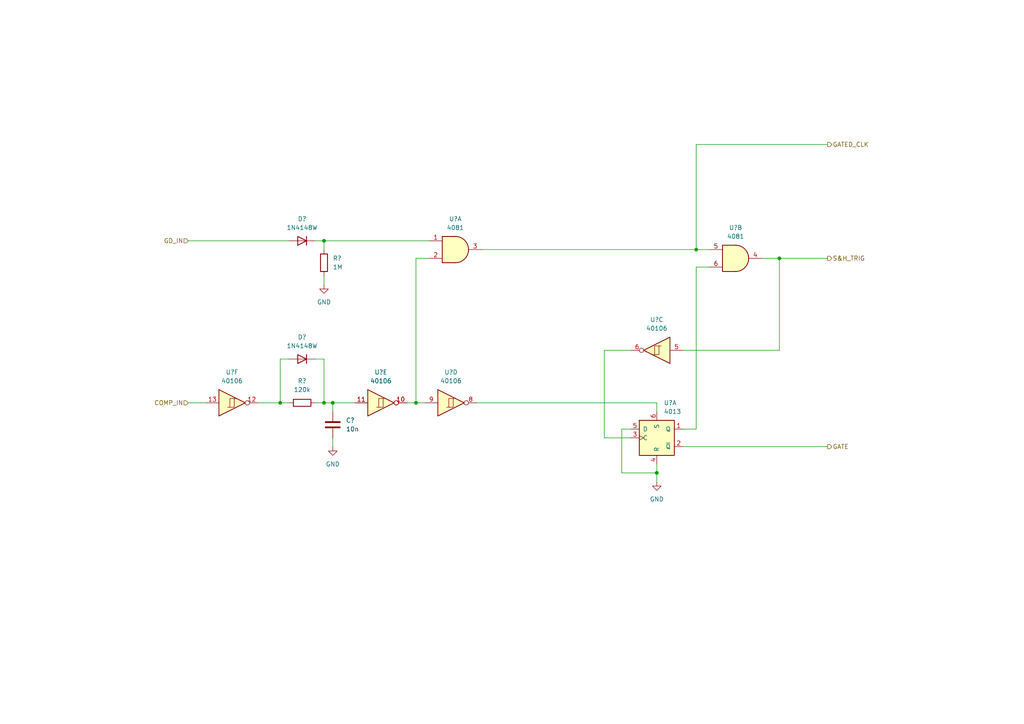
<source format=kicad_sch>
(kicad_sch (version 20211123) (generator eeschema)
  (paper "A4")
  (lib_symbols
    (symbol "4xxx:40106" (pin_names (offset 1.016))
      (property "Reference" "U" (at 0 1.27 0))
      (property "Value" "40106" (at 0 -1.27 0))
      (symbol "40106_1_0"
        (polyline (pts (xy -0.635 -1.27) (xy -0.635 1.27) (xy 0.635 1.27)))
        (polyline (pts (xy -3.81 3.81) (xy -3.81 -3.81) (xy 3.81 0) (xy -3.81 3.81)) (stroke (width 0.254)) (fill (type background)))
        (polyline (pts (xy -1.27 -1.27) (xy 0.635 -1.27) (xy 0.635 1.27) (xy 1.27 1.27)))
        (pin input line (at -7.62 0 0) (length 3.81) (name "~") (number "1"))
        (pin output inverted (at 7.62 0 180) (length 3.81) (name "~") (number "2"))
      )
      (symbol "40106_2_0"
        (polyline (pts (xy -0.635 -1.27) (xy -0.635 1.27) (xy 0.635 1.27)))
        (polyline (pts (xy -3.81 3.81) (xy -3.81 -3.81) (xy 3.81 0) (xy -3.81 3.81)) (stroke (width 0.254)) (fill (type background)))
        (polyline (pts (xy -1.27 -1.27) (xy 0.635 -1.27) (xy 0.635 1.27) (xy 1.27 1.27)))
        (pin input line (at -7.62 0 0) (length 3.81) (name "~") (number "3"))
        (pin output inverted (at 7.62 0 180) (length 3.81) (name "~") (number "4"))
      )
      (symbol "40106_3_0"
        (polyline (pts (xy -0.635 -1.27) (xy -0.635 1.27) (xy 0.635 1.27)))
        (polyline (pts (xy -3.81 3.81) (xy -3.81 -3.81) (xy 3.81 0) (xy -3.81 3.81)) (stroke (width 0.254)) (fill (type background)))
        (polyline (pts (xy -1.27 -1.27) (xy 0.635 -1.27) (xy 0.635 1.27) (xy 1.27 1.27)))
        (pin input line (at -7.62 0 0) (length 3.81) (name "~") (number "5"))
        (pin output inverted (at 7.62 0 180) (length 3.81) (name "~") (number "6"))
      )
      (symbol "40106_4_0"
        (polyline (pts (xy -0.635 -1.27) (xy -0.635 1.27) (xy 0.635 1.27)))
        (polyline (pts (xy -3.81 3.81) (xy -3.81 -3.81) (xy 3.81 0) (xy -3.81 3.81)) (stroke (width 0.254)) (fill (type background)))
        (polyline (pts (xy -1.27 -1.27) (xy 0.635 -1.27) (xy 0.635 1.27) (xy 1.27 1.27)))
        (pin output inverted (at 7.62 0 180) (length 3.81) (name "~") (number "8"))
        (pin input line (at -7.62 0 0) (length 3.81) (name "~") (number "9"))
      )
      (symbol "40106_5_0"
        (polyline (pts (xy -0.635 -1.27) (xy -0.635 1.27) (xy 0.635 1.27)))
        (polyline (pts (xy -3.81 3.81) (xy -3.81 -3.81) (xy 3.81 0) (xy -3.81 3.81)) (stroke (width 0.254)) (fill (type background)))
        (polyline (pts (xy -1.27 -1.27) (xy 0.635 -1.27) (xy 0.635 1.27) (xy 1.27 1.27)))
        (pin output inverted (at 7.62 0 180) (length 3.81) (name "~") (number "10"))
        (pin input line (at -7.62 0 0) (length 3.81) (name "~") (number "11"))
      )
      (symbol "40106_6_0"
        (polyline (pts (xy -0.635 -1.27) (xy -0.635 1.27) (xy 0.635 1.27)))
        (polyline (pts (xy -3.81 3.81) (xy -3.81 -3.81) (xy 3.81 0) (xy -3.81 3.81)) (stroke (width 0.254)) (fill (type background)))
        (polyline (pts (xy -1.27 -1.27) (xy 0.635 -1.27) (xy 0.635 1.27) (xy 1.27 1.27)))
        (pin output inverted (at 7.62 0 180) (length 3.81) (name "~") (number "12"))
        (pin input line (at -7.62 0 0) (length 3.81) (name "~") (number "13"))
      )
      (symbol "40106_7_0"
        (pin power_in line (at 0 12.7 270) (length 5.08) (name "VDD") (number "14"))
        (pin power_in line (at 0 -12.7 90) (length 5.08) (name "VSS") (number "7"))
      )
      (symbol "40106_7_1"
        (rectangle (start -5.08 7.62) (end 5.08 -7.62) (stroke (width 0.254)) (fill (type background)))
      )
    )
    (symbol "4xxx:4013" (pin_names (offset 1.016))
      (property "Reference" "U" (at -7.62 8.89 0))
      (property "Value" "4013" (at -7.62 -8.89 0))
      (symbol "4013_1_1"
        (rectangle (start -5.08 5.08) (end 5.08 -5.08) (stroke (width 0.254)) (fill (type background)))
        (pin output line (at 7.62 2.54 180) (length 2.54) (name "Q") (number "1"))
        (pin output line (at 7.62 -2.54 180) (length 2.54) (name "~{Q}") (number "2"))
        (pin input clock (at -7.62 0 0) (length 2.54) (name "C") (number "3"))
        (pin input line (at 0 -7.62 90) (length 2.54) (name "R") (number "4"))
        (pin input line (at -7.62 2.54 0) (length 2.54) (name "D") (number "5"))
        (pin input line (at 0 7.62 270) (length 2.54) (name "S") (number "6"))
      )
      (symbol "4013_2_1"
        (rectangle (start -5.08 5.08) (end 5.08 -5.08) (stroke (width 0.254)) (fill (type background)))
        (pin input line (at 0 -7.62 90) (length 2.54) (name "R") (number "10"))
        (pin input clock (at -7.62 0 0) (length 2.54) (name "C") (number "11"))
        (pin output line (at 7.62 -2.54 180) (length 2.54) (name "~{Q}") (number "12"))
        (pin output line (at 7.62 2.54 180) (length 2.54) (name "Q") (number "13"))
        (pin input line (at 0 7.62 270) (length 2.54) (name "S") (number "8"))
        (pin input line (at -7.62 2.54 0) (length 2.54) (name "D") (number "9"))
      )
      (symbol "4013_3_0"
        (pin power_in line (at 0 10.16 270) (length 2.54) (name "VDD") (number "14"))
        (pin power_in line (at 0 -10.16 90) (length 2.54) (name "VSS") (number "7"))
      )
      (symbol "4013_3_1"
        (rectangle (start -5.08 7.62) (end 5.08 -7.62) (stroke (width 0.254)) (fill (type background)))
      )
    )
    (symbol "4xxx:4081" (pin_names (offset 1.016))
      (property "Reference" "U" (at 0 1.27 0))
      (property "Value" "4081" (at 0 -1.27 0))
      (symbol "4081_1_1"
        (arc (start 0 -3.81) (mid 3.81 0) (end 0 3.81) (stroke (width 0.254)) (fill (type background)))
        (polyline (pts (xy 0 3.81) (xy -3.81 3.81) (xy -3.81 -3.81) (xy 0 -3.81)) (stroke (width 0.254)) (fill (type background)))
        (pin input line (at -7.62 2.54 0) (length 3.81) (name "~") (number "1"))
        (pin input line (at -7.62 -2.54 0) (length 3.81) (name "~") (number "2"))
        (pin output line (at 7.62 0 180) (length 3.81) (name "~") (number "3"))
      )
      (symbol "4081_1_2"
        (arc (start -3.81 -3.81) (mid -2.589 0) (end -3.81 3.81) (stroke (width 0.254)))
        (arc (start -0.6096 -3.81) (mid 2.1842 -2.5851) (end 3.81 0) (stroke (width 0.254)) (fill (type background)))
        (polyline (pts (xy -3.81 -3.81) (xy -0.635 -3.81)) (stroke (width 0.254)) (fill (type background)))
        (polyline (pts (xy -3.81 3.81) (xy -0.635 3.81)) (stroke (width 0.254)) (fill (type background)))
        (polyline (pts (xy -0.635 3.81) (xy -3.81 3.81) (xy -3.81 3.81) (xy -3.556 3.4036) (xy -3.0226 2.2606) (xy -2.6924 1.0414) (xy -2.6162 -0.254) (xy -2.7686 -1.4986) (xy -3.175 -2.7178) (xy -3.81 -3.81) (xy -3.81 -3.81) (xy -0.635 -3.81)) (stroke (width -25.4)) (fill (type background)))
        (arc (start 3.81 0) (mid 2.1915 2.5936) (end -0.6096 3.81) (stroke (width 0.254)) (fill (type background)))
        (pin input inverted (at -7.62 2.54 0) (length 4.318) (name "~") (number "1"))
        (pin input inverted (at -7.62 -2.54 0) (length 4.318) (name "~") (number "2"))
        (pin output inverted (at 7.62 0 180) (length 3.81) (name "~") (number "3"))
      )
      (symbol "4081_2_1"
        (arc (start 0 -3.81) (mid 3.81 0) (end 0 3.81) (stroke (width 0.254)) (fill (type background)))
        (polyline (pts (xy 0 3.81) (xy -3.81 3.81) (xy -3.81 -3.81) (xy 0 -3.81)) (stroke (width 0.254)) (fill (type background)))
        (pin output line (at 7.62 0 180) (length 3.81) (name "~") (number "4"))
        (pin input line (at -7.62 2.54 0) (length 3.81) (name "~") (number "5"))
        (pin input line (at -7.62 -2.54 0) (length 3.81) (name "~") (number "6"))
      )
      (symbol "4081_2_2"
        (arc (start -3.81 -3.81) (mid -2.589 0) (end -3.81 3.81) (stroke (width 0.254)))
        (arc (start -0.6096 -3.81) (mid 2.1842 -2.5851) (end 3.81 0) (stroke (width 0.254)) (fill (type background)))
        (polyline (pts (xy -3.81 -3.81) (xy -0.635 -3.81)) (stroke (width 0.254)) (fill (type background)))
        (polyline (pts (xy -3.81 3.81) (xy -0.635 3.81)) (stroke (width 0.254)) (fill (type background)))
        (polyline (pts (xy -0.635 3.81) (xy -3.81 3.81) (xy -3.81 3.81) (xy -3.556 3.4036) (xy -3.0226 2.2606) (xy -2.6924 1.0414) (xy -2.6162 -0.254) (xy -2.7686 -1.4986) (xy -3.175 -2.7178) (xy -3.81 -3.81) (xy -3.81 -3.81) (xy -0.635 -3.81)) (stroke (width -25.4)) (fill (type background)))
        (arc (start 3.81 0) (mid 2.1915 2.5936) (end -0.6096 3.81) (stroke (width 0.254)) (fill (type background)))
        (pin output inverted (at 7.62 0 180) (length 3.81) (name "~") (number "4"))
        (pin input inverted (at -7.62 2.54 0) (length 4.318) (name "~") (number "5"))
        (pin input inverted (at -7.62 -2.54 0) (length 4.318) (name "~") (number "6"))
      )
      (symbol "4081_3_1"
        (arc (start 0 -3.81) (mid 3.81 0) (end 0 3.81) (stroke (width 0.254)) (fill (type background)))
        (polyline (pts (xy 0 3.81) (xy -3.81 3.81) (xy -3.81 -3.81) (xy 0 -3.81)) (stroke (width 0.254)) (fill (type background)))
        (pin output line (at 7.62 0 180) (length 3.81) (name "~") (number "10"))
        (pin input line (at -7.62 2.54 0) (length 3.81) (name "~") (number "8"))
        (pin input line (at -7.62 -2.54 0) (length 3.81) (name "~") (number "9"))
      )
      (symbol "4081_3_2"
        (arc (start -3.81 -3.81) (mid -2.589 0) (end -3.81 3.81) (stroke (width 0.254)))
        (arc (start -0.6096 -3.81) (mid 2.1842 -2.5851) (end 3.81 0) (stroke (width 0.254)) (fill (type background)))
        (polyline (pts (xy -3.81 -3.81) (xy -0.635 -3.81)) (stroke (width 0.254)) (fill (type background)))
        (polyline (pts (xy -3.81 3.81) (xy -0.635 3.81)) (stroke (width 0.254)) (fill (type background)))
        (polyline (pts (xy -0.635 3.81) (xy -3.81 3.81) (xy -3.81 3.81) (xy -3.556 3.4036) (xy -3.0226 2.2606) (xy -2.6924 1.0414) (xy -2.6162 -0.254) (xy -2.7686 -1.4986) (xy -3.175 -2.7178) (xy -3.81 -3.81) (xy -3.81 -3.81) (xy -0.635 -3.81)) (stroke (width -25.4)) (fill (type background)))
        (arc (start 3.81 0) (mid 2.1915 2.5936) (end -0.6096 3.81) (stroke (width 0.254)) (fill (type background)))
        (pin output inverted (at 7.62 0 180) (length 3.81) (name "~") (number "10"))
        (pin input inverted (at -7.62 2.54 0) (length 4.318) (name "~") (number "8"))
        (pin input inverted (at -7.62 -2.54 0) (length 4.318) (name "~") (number "9"))
      )
      (symbol "4081_4_1"
        (arc (start 0 -3.81) (mid 3.81 0) (end 0 3.81) (stroke (width 0.254)) (fill (type background)))
        (polyline (pts (xy 0 3.81) (xy -3.81 3.81) (xy -3.81 -3.81) (xy 0 -3.81)) (stroke (width 0.254)) (fill (type background)))
        (pin output line (at 7.62 0 180) (length 3.81) (name "~") (number "11"))
        (pin input line (at -7.62 2.54 0) (length 3.81) (name "~") (number "12"))
        (pin input line (at -7.62 -2.54 0) (length 3.81) (name "~") (number "13"))
      )
      (symbol "4081_4_2"
        (arc (start -3.81 -3.81) (mid -2.589 0) (end -3.81 3.81) (stroke (width 0.254)))
        (arc (start -0.6096 -3.81) (mid 2.1842 -2.5851) (end 3.81 0) (stroke (width 0.254)) (fill (type background)))
        (polyline (pts (xy -3.81 -3.81) (xy -0.635 -3.81)) (stroke (width 0.254)) (fill (type background)))
        (polyline (pts (xy -3.81 3.81) (xy -0.635 3.81)) (stroke (width 0.254)) (fill (type background)))
        (polyline (pts (xy -0.635 3.81) (xy -3.81 3.81) (xy -3.81 3.81) (xy -3.556 3.4036) (xy -3.0226 2.2606) (xy -2.6924 1.0414) (xy -2.6162 -0.254) (xy -2.7686 -1.4986) (xy -3.175 -2.7178) (xy -3.81 -3.81) (xy -3.81 -3.81) (xy -0.635 -3.81)) (stroke (width -25.4)) (fill (type background)))
        (arc (start 3.81 0) (mid 2.1915 2.5936) (end -0.6096 3.81) (stroke (width 0.254)) (fill (type background)))
        (pin output inverted (at 7.62 0 180) (length 3.81) (name "~") (number "11"))
        (pin input inverted (at -7.62 2.54 0) (length 4.318) (name "~") (number "12"))
        (pin input inverted (at -7.62 -2.54 0) (length 4.318) (name "~") (number "13"))
      )
      (symbol "4081_5_0"
        (pin power_in line (at 0 12.7 270) (length 5.08) (name "VDD") (number "14"))
        (pin power_in line (at 0 -12.7 90) (length 5.08) (name "VSS") (number "7"))
      )
      (symbol "4081_5_1"
        (rectangle (start -5.08 7.62) (end 5.08 -7.62) (stroke (width 0.254)) (fill (type background)))
      )
    )
    (symbol "Device:C" (pin_numbers hide) (pin_names (offset 0.254))
      (property "Reference" "C" (at 0.635 2.54 0))
      (property "Value" "C" (at 0.635 -2.54 0))
      (symbol "C_0_1"
        (polyline (pts (xy -2.032 -0.762) (xy 2.032 -0.762)) (stroke (width 0.508)))
        (polyline (pts (xy -2.032 0.762) (xy 2.032 0.762)) (stroke (width 0.508)))
      )
      (symbol "C_1_1"
        (pin passive line (at 0 3.81 270) (length 2.794) (name "~") (number "1"))
        (pin passive line (at 0 -3.81 90) (length 2.794) (name "~") (number "2"))
      )
    )
    (symbol "Device:R" (pin_numbers hide) (pin_names (offset 0))
      (property "Reference" "R" (at 2.032 0 90))
      (property "Value" "R" (at 0 0 90))
      (symbol "R_0_1"
        (rectangle (start -1.016 -2.54) (end 1.016 2.54) (stroke (width 0.254)))
      )
      (symbol "R_1_1"
        (pin passive line (at 0 3.81 270) (length 1.27) (name "~") (number "1"))
        (pin passive line (at 0 -3.81 90) (length 1.27) (name "~") (number "2"))
      )
    )
    (symbol "Diode:1N4148W" (pin_numbers hide) (pin_names (offset 1.016) hide)
      (property "Reference" "D" (at 0 2.54 0))
      (property "Value" "1N4148W" (at 0 -2.54 0))
      (symbol "1N4148W_0_1"
        (polyline (pts (xy -1.27 1.27) (xy -1.27 -1.27)) (stroke (width 0.254)))
        (polyline (pts (xy 1.27 0) (xy -1.27 0)))
        (polyline (pts (xy 1.27 1.27) (xy 1.27 -1.27) (xy -1.27 0) (xy 1.27 1.27)) (stroke (width 0.254)))
      )
      (symbol "1N4148W_1_1"
        (pin passive line (at -3.81 0 0) (length 2.54) (name "K") (number "1"))
        (pin passive line (at 3.81 0 180) (length 2.54) (name "A") (number "2"))
      )
    )
    (symbol "power:GND" (power) (pin_names (offset 0))
      (property "Value" "GND" (at 0 -3.81 0))
      (symbol "GND_0_1"
        (polyline (pts (xy 0 0) (xy 0 -1.27) (xy 1.27 -1.27) (xy 0 -2.54) (xy -1.27 -1.27) (xy 0 -1.27)))
      )
      (symbol "GND_1_1"
        (pin power_in line (at 0 0 270) (length 0) hide (name "GND") (number "1"))
      )
    )
  )
  (junction (at 190.5 137.16))
  (junction (at 226.06 74.93))
  (junction (at 93.98 116.84))
  (junction (at 93.98 69.85))
  (junction (at 201.93 72.39))
  (junction (at 81.28 116.84))
  (junction (at 120.65 116.84))
  (junction (at 96.52 116.84))
  (wire (pts (xy 74.93 116.84) (xy 81.28 116.84)))
  (wire (pts (xy 91.44 104.14) (xy 93.98 104.14)))
  (wire (pts (xy 54.61 69.85) (xy 83.82 69.85)))
  (wire (pts (xy 190.5 137.16) (xy 190.5 139.7)))
  (wire (pts (xy 93.98 72.39) (xy 93.98 69.85)))
  (wire (pts (xy 138.43 116.84) (xy 190.5 116.84)))
  (wire (pts (xy 139.7 72.39) (xy 201.93 72.39)))
  (wire (pts (xy 93.98 116.84) (xy 96.52 116.84)))
  (wire (pts (xy 190.5 134.62) (xy 190.5 137.16)))
  (wire (pts (xy 198.12 101.6) (xy 226.06 101.6)))
  (wire (pts (xy 190.5 137.16) (xy 180.34 137.16)))
  (wire (pts (xy 240.03 41.91) (xy 201.93 41.91)))
  (wire (pts (xy 93.98 104.14) (xy 93.98 116.84)))
  (wire (pts (xy 120.65 116.84) (xy 123.19 116.84)))
  (wire (pts (xy 91.44 116.84) (xy 93.98 116.84)))
  (wire (pts (xy 198.12 124.46) (xy 201.93 124.46)))
  (wire (pts (xy 226.06 74.93) (xy 240.03 74.93)))
  (wire (pts (xy 180.34 124.46) (xy 182.88 124.46)))
  (wire (pts (xy 81.28 116.84) (xy 83.82 116.84)))
  (wire (pts (xy 180.34 137.16) (xy 180.34 124.46)))
  (wire (pts (xy 91.44 69.85) (xy 93.98 69.85)))
  (wire (pts (xy 118.11 116.84) (xy 120.65 116.84)))
  (wire (pts (xy 96.52 116.84) (xy 102.87 116.84)))
  (wire (pts (xy 226.06 101.6) (xy 226.06 74.93)))
  (wire (pts (xy 201.93 72.39) (xy 205.74 72.39)))
  (wire (pts (xy 226.06 74.93) (xy 220.98 74.93)))
  (wire (pts (xy 198.12 129.54) (xy 240.03 129.54)))
  (wire (pts (xy 201.93 124.46) (xy 201.93 77.47)))
  (wire (pts (xy 201.93 77.47) (xy 205.74 77.47)))
  (wire (pts (xy 120.65 74.93) (xy 124.46 74.93)))
  (wire (pts (xy 81.28 104.14) (xy 81.28 116.84)))
  (wire (pts (xy 93.98 80.01) (xy 93.98 82.55)))
  (wire (pts (xy 175.26 127) (xy 175.26 101.6)))
  (wire (pts (xy 93.98 69.85) (xy 124.46 69.85)))
  (wire (pts (xy 190.5 119.38) (xy 190.5 116.84)))
  (wire (pts (xy 96.52 127) (xy 96.52 129.54)))
  (wire (pts (xy 83.82 104.14) (xy 81.28 104.14)))
  (wire (pts (xy 120.65 116.84) (xy 120.65 74.93)))
  (wire (pts (xy 182.88 127) (xy 175.26 127)))
  (wire (pts (xy 201.93 41.91) (xy 201.93 72.39)))
  (wire (pts (xy 175.26 101.6) (xy 182.88 101.6)))
  (wire (pts (xy 96.52 119.38) (xy 96.52 116.84)))
  (wire (pts (xy 54.61 116.84) (xy 59.69 116.84)))
  (hierarchical_label "S&H_TRIG" (shape output) (at 240.03 74.93 0))
  (hierarchical_label "GATED_CLK" (shape output) (at 240.03 41.91 0))
  (hierarchical_label "GATE" (shape output) (at 240.03 129.54 0))
  (hierarchical_label "COMP_IN" (shape input) (at 54.61 116.84 180))
  (hierarchical_label "GD_IN" (shape input) (at 54.61 69.85 180))
  (symbol (lib_id "power:GND") (at 190.5 139.7 0) (unit 1)
    (property "Reference" "#PWR?" (effects hide))
    (property "Value" "GND" (at 190.5 144.78 0))
  )
  (symbol (lib_id "4xxx:40106") (at 190.5 101.6 180) (unit 3)
    (property "Reference" "U?" (at 190.5 92.71 0))
    (property "Value" "40106" (at 190.5 95.25 0))
    (property "Datasheet" "https://assets.nexperia.com/documents/data-sheet/HEF40106B.pdf" (effects hide))
  )
  (symbol (lib_id "Device:C") (at 96.52 123.19 0) (unit 1)
    (property "Reference" "C?" (at 100.33 121.9199 0) (effects (justify left)))
    (property "Value" "10n" (at 100.33 124.4599 0) (effects (justify left)))
  )
  (symbol (lib_id "4xxx:40106") (at 67.31 116.84 0) (unit 6)
    (property "Reference" "U?" (at 67.31 107.95 0))
    (property "Value" "40106" (at 67.31 110.49 0))
    (property "Datasheet" "https://assets.nexperia.com/documents/data-sheet/HEF40106B.pdf" (effects hide))
  )
  (symbol (lib_id "Device:R") (at 87.63 116.84 90) (unit 1)
    (property "Reference" "R?" (at 87.63 110.49 90))
    (property "Value" "120k" (at 87.63 113.03 90))
  )
  (symbol (lib_id "4xxx:4013") (at 190.5 127 0) (unit 1)
    (property "Reference" "U?" (at 192.5194 116.84 0) (effects (justify left)))
    (property "Value" "4013" (at 192.5194 119.38 0) (effects (justify left)))
    (property "Datasheet" "http://www.onsemi.com/pub/Collateral/MC14013B-D.PDF" (effects hide))
  )
  (symbol (lib_id "4xxx:4081") (at 132.08 72.39 0) (unit 1)
    (property "Reference" "U?" (at 132.08 63.5 0))
    (property "Value" "4081" (at 132.08 66.04 0))
    (property "Datasheet" "http://www.intersil.com/content/dam/Intersil/documents/cd40/cd4073bms-81bms-82bms.pdf" (effects hide))
  )
  (symbol (lib_id "power:GND") (at 93.98 82.55 0) (unit 1)
    (property "Reference" "#PWR?" (effects hide))
    (property "Value" "GND" (at 93.98 87.63 0))
  )
  (symbol (lib_id "power:GND") (at 96.52 129.54 0) (unit 1)
    (property "Reference" "#PWR?" (effects hide))
    (property "Value" "GND" (at 96.52 134.62 0))
  )
  (symbol (lib_id "Device:R") (at 93.98 76.2 0) (unit 1)
    (property "Reference" "R?" (at 96.52 74.9299 0) (effects (justify left)))
    (property "Value" "1M" (at 96.52 77.4699 0) (effects (justify left)))
  )
  (symbol (lib_id "4xxx:40106") (at 110.49 116.84 0) (unit 5)
    (property "Reference" "U?" (at 110.49 107.95 0))
    (property "Value" "40106" (at 110.49 110.49 0))
    (property "Datasheet" "https://assets.nexperia.com/documents/data-sheet/HEF40106B.pdf" (effects hide))
  )
  (symbol (lib_id "Diode:1N4148W") (at 87.63 104.14 180) (unit 1)
    (property "Reference" "D?" (at 87.63 97.79 0))
    (property "Value" "1N4148W" (at 87.63 100.33 0))
    (property "Footprint" "Diode_SMD:D_SOD-123" (effects hide))
    (property "Datasheet" "https://www.vishay.com/docs/85748/1n4148w.pdf" (effects hide))
  )
  (symbol (lib_id "Diode:1N4148W") (at 87.63 69.85 180) (unit 1)
    (property "Reference" "D?" (at 87.63 63.5 0))
    (property "Value" "1N4148W" (at 87.63 66.04 0))
    (property "Footprint" "Diode_SMD:D_SOD-123" (effects hide))
    (property "Datasheet" "https://www.vishay.com/docs/85748/1n4148w.pdf" (effects hide))
  )
  (symbol (lib_id "4xxx:40106") (at 130.81 116.84 0) (unit 4)
    (property "Reference" "U?" (at 130.81 107.95 0))
    (property "Value" "40106" (at 130.81 110.49 0))
    (property "Datasheet" "https://assets.nexperia.com/documents/data-sheet/HEF40106B.pdf" (effects hide))
  )
  (symbol (lib_id "4xxx:4081") (at 213.36 74.93 0) (unit 2)
    (property "Reference" "U?" (at 213.36 66.04 0))
    (property "Value" "4081" (at 213.36 68.58 0))
    (property "Datasheet" "http://www.intersil.com/content/dam/Intersil/documents/cd40/cd4073bms-81bms-82bms.pdf" (effects hide))
  )
)
</source>
